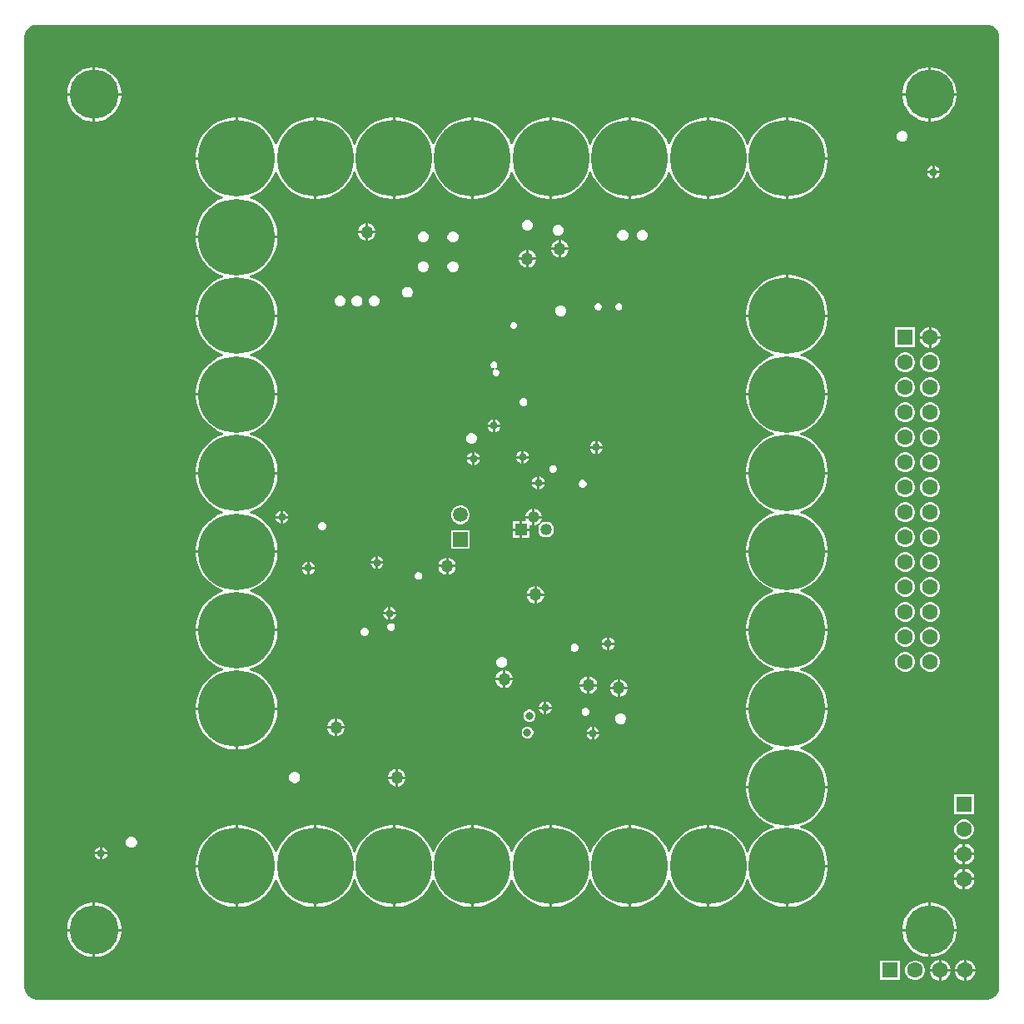
<source format=gbr>
%FSLAX23Y23*%
%MOIN*%
%SFA1B1*%

%IPPOS*%
%ADD45C,0.062990*%
%ADD46R,0.062990X0.062990*%
%ADD47C,0.196850*%
%ADD48C,0.059060*%
%ADD49R,0.059060X0.059060*%
%ADD50C,0.307090*%
%ADD51R,0.062990X0.062990*%
%ADD52C,0.046930*%
%ADD53R,0.046930X0.046930*%
%ADD54C,0.031500*%
%ADD55C,0.027560*%
%ADD56C,0.050000*%
%LNhumrigid1_copper_signal_2-1*%
%LPD*%
G36*
X2096Y2149D02*
X2101D01*
X2111Y2147*
X2121Y2143*
X2130Y2137*
X2137Y2130*
X2143Y2121*
X2147Y2111*
X2149Y2101*
Y2096*
Y-1702*
Y-1707*
X2147Y-1718*
X2143Y-1727*
X2137Y-1736*
X2130Y-1743*
X2121Y-1749*
X2111Y-1753*
X2101Y-1755*
X2096*
X-1702Y-1755*
X-1707*
X-1717Y-1753*
X-1727Y-1749*
X-1736Y-1743*
X-1743Y-1736*
X-1749Y-1727*
X-1753Y-1717*
X-1755Y-1707*
X-1755Y-1702*
Y2096*
Y2101*
X-1753Y2111*
X-1749Y2121*
X-1743Y2130*
X-1736Y2137*
X-1727Y2143*
X-1718Y2147*
X-1707Y2149*
X-1702*
X2096*
G37*
%LNhumrigid1_copper_signal_2-2*%
%LPC*%
G36*
X1878Y1978D02*
X1875D01*
Y1875*
X1978*
Y1878*
X1975Y1895*
X1970Y1911*
X1962Y1926*
X1952Y1940*
X1940Y1952*
X1926Y1962*
X1911Y1970*
X1895Y1975*
X1878Y1978*
G37*
G36*
X1865D02*
X1861D01*
X1844Y1975*
X1828Y1970*
X1813Y1962*
X1799Y1952*
X1787Y1940*
X1777Y1926*
X1769Y1911*
X1764Y1895*
X1761Y1878*
Y1875*
X1865*
Y1978*
G37*
G36*
X-1467D02*
X-1471D01*
Y1875*
X-1367*
Y1878*
X-1370Y1895*
X-1375Y1911*
X-1383Y1926*
X-1393Y1940*
X-1405Y1952*
X-1419Y1962*
X-1434Y1970*
X-1450Y1975*
X-1467Y1978*
G37*
G36*
X-1481D02*
X-1484D01*
X-1501Y1975*
X-1518Y1970*
X-1533Y1962*
X-1547Y1952*
X-1559Y1940*
X-1569Y1926*
X-1576Y1911*
X-1582Y1895*
X-1584Y1878*
Y1875*
X-1481*
Y1978*
G37*
G36*
X1978Y1865D02*
X1875D01*
Y1761*
X1878*
X1895Y1764*
X1911Y1769*
X1926Y1777*
X1940Y1787*
X1952Y1799*
X1962Y1813*
X1970Y1828*
X1975Y1844*
X1978Y1861*
Y1865*
G37*
G36*
X1865D02*
X1761D01*
Y1861*
X1764Y1844*
X1769Y1828*
X1777Y1813*
X1787Y1799*
X1799Y1787*
X1813Y1777*
X1828Y1769*
X1844Y1764*
X1861Y1761*
X1865*
Y1865*
G37*
G36*
X-1367D02*
X-1471D01*
Y1761*
X-1467*
X-1450Y1764*
X-1434Y1769*
X-1419Y1777*
X-1405Y1787*
X-1393Y1799*
X-1383Y1813*
X-1375Y1828*
X-1370Y1844*
X-1367Y1861*
Y1865*
G37*
G36*
X-1481D02*
X-1584D01*
Y1861*
X-1582Y1844*
X-1576Y1828*
X-1569Y1813*
X-1559Y1799*
X-1547Y1787*
X-1533Y1777*
X-1518Y1769*
X-1501Y1764*
X-1484Y1761*
X-1481*
Y1865*
G37*
G36*
X1765Y1724D02*
X1756D01*
X1748Y1720*
X1742Y1714*
X1739Y1706*
Y1697*
X1742Y1689*
X1748Y1683*
X1756Y1680*
X1765*
X1773Y1683*
X1779Y1689*
X1782Y1697*
Y1706*
X1779Y1714*
X1773Y1720*
X1765Y1724*
G37*
G36*
X1294Y1777D02*
X1288D01*
X1267Y1774*
X1246Y1769*
X1226Y1761*
X1208Y1750*
X1191Y1737*
X1175Y1722*
X1162Y1705*
X1152Y1686*
X1144Y1667*
X1141Y1667*
X1139Y1667*
X1131Y1686*
X1120Y1705*
X1107Y1722*
X1092Y1737*
X1075Y1750*
X1056Y1761*
X1036Y1769*
X1016Y1774*
X994Y1777*
X989*
Y1614*
Y1450*
X994*
X1016Y1453*
X1036Y1458*
X1056Y1467*
X1075Y1477*
X1092Y1490*
X1107Y1506*
X1120Y1523*
X1131Y1541*
X1139Y1560*
X1141Y1561*
X1144Y1560*
X1152Y1541*
X1162Y1523*
X1175Y1506*
X1191Y1490*
X1208Y1477*
X1226Y1467*
X1246Y1458*
X1267Y1453*
X1288Y1450*
X1294*
Y1614*
Y1777*
G37*
G36*
X664D02*
X658D01*
X637Y1774*
X616Y1769*
X596Y1761*
X578Y1750*
X561Y1737*
X546Y1722*
X533Y1705*
X522Y1686*
X514Y1667*
X511Y1667*
X509Y1667*
X501Y1686*
X490Y1705*
X477Y1722*
X462Y1737*
X445Y1750*
X426Y1761*
X407Y1769*
X386Y1774*
X365Y1777*
X359*
Y1614*
Y1450*
X365*
X386Y1453*
X407Y1458*
X426Y1467*
X445Y1477*
X462Y1490*
X477Y1506*
X490Y1523*
X501Y1541*
X509Y1560*
X511Y1561*
X514Y1560*
X522Y1541*
X533Y1523*
X546Y1506*
X561Y1490*
X578Y1477*
X596Y1467*
X616Y1458*
X637Y1453*
X658Y1450*
X664*
Y1614*
Y1777*
G37*
G36*
X349D02*
X343D01*
X322Y1774*
X301Y1769*
X281Y1761*
X263Y1750*
X246Y1737*
X231Y1722*
X218Y1705*
X207Y1686*
X199Y1667*
X196Y1667*
X194Y1667*
X186Y1686*
X175Y1705*
X162Y1722*
X147Y1737*
X130Y1750*
X111Y1761*
X92Y1769*
X71Y1774*
X50Y1777*
X44*
Y1614*
Y1450*
X50*
X71Y1453*
X92Y1458*
X111Y1467*
X130Y1477*
X147Y1490*
X162Y1506*
X175Y1523*
X186Y1541*
X194Y1560*
X196Y1561*
X199Y1560*
X207Y1541*
X218Y1523*
X231Y1506*
X246Y1490*
X263Y1477*
X281Y1467*
X301Y1458*
X322Y1453*
X343Y1450*
X349*
Y1614*
Y1777*
G37*
G36*
X34D02*
X28D01*
X7Y1774*
X-13Y1769*
X-33Y1761*
X-51Y1750*
X-68Y1737*
X-83Y1722*
X-96Y1705*
X-107Y1686*
X-115Y1667*
X-118Y1667*
X-120Y1667*
X-128Y1686*
X-139Y1705*
X-152Y1722*
X-167Y1737*
X-184Y1750*
X-203Y1761*
X-222Y1769*
X-243Y1774*
X-264Y1777*
X-270*
Y1614*
Y1450*
X-264*
X-243Y1453*
X-222Y1458*
X-203Y1467*
X-184Y1477*
X-167Y1490*
X-152Y1506*
X-139Y1523*
X-128Y1541*
X-120Y1560*
X-118Y1561*
X-115Y1560*
X-107Y1541*
X-96Y1523*
X-83Y1506*
X-68Y1490*
X-51Y1477*
X-33Y1467*
X-13Y1458*
X7Y1453*
X28Y1450*
X34*
Y1614*
Y1777*
G37*
G36*
X-595D02*
X-601D01*
X-622Y1774*
X-643Y1769*
X-663Y1761*
X-681Y1750*
X-698Y1737*
X-713Y1722*
X-726Y1705*
X-737Y1686*
X-745Y1667*
X-748Y1667*
X-750Y1667*
X-758Y1686*
X-769Y1705*
X-782Y1722*
X-797Y1737*
X-814Y1750*
X-833Y1761*
X-852Y1769*
X-873Y1774*
X-894Y1777*
X-900*
Y1614*
X-905*
Y1609*
X-1069*
Y1603*
X-1066Y1582*
X-1060Y1561*
X-1052Y1541*
X-1041Y1523*
X-1028Y1506*
X-1013Y1490*
X-996Y1477*
X-978Y1467*
X-959Y1459*
X-958Y1456*
X-959Y1454*
X-978Y1446*
X-996Y1435*
X-1013Y1422*
X-1028Y1407*
X-1041Y1390*
X-1052Y1371*
X-1060Y1351*
X-1066Y1331*
X-1069Y1309*
Y1304*
X-905*
X-741*
Y1309*
X-744Y1331*
X-750Y1351*
X-758Y1371*
X-769Y1390*
X-782Y1407*
X-797Y1422*
X-814Y1435*
X-833Y1446*
X-851Y1454*
X-852Y1456*
X-851Y1459*
X-833Y1467*
X-814Y1477*
X-797Y1490*
X-782Y1506*
X-769Y1523*
X-758Y1541*
X-750Y1560*
X-748Y1561*
X-745Y1560*
X-737Y1541*
X-726Y1523*
X-713Y1506*
X-698Y1490*
X-681Y1477*
X-663Y1467*
X-643Y1458*
X-622Y1453*
X-601Y1450*
X-595*
Y1614*
Y1777*
G37*
G36*
X979D02*
X973D01*
X952Y1774*
X931Y1769*
X911Y1761*
X893Y1750*
X876Y1737*
X861Y1722*
X847Y1705*
X837Y1686*
X829Y1667*
X826Y1667*
X824Y1667*
X816Y1686*
X805Y1705*
X792Y1722*
X777Y1737*
X760Y1750*
X741Y1761*
X721Y1769*
X701Y1774*
X680Y1777*
X674*
Y1614*
Y1450*
X680*
X701Y1453*
X721Y1458*
X741Y1467*
X760Y1477*
X777Y1490*
X792Y1506*
X805Y1523*
X816Y1541*
X824Y1560*
X826Y1561*
X829Y1560*
X837Y1541*
X847Y1523*
X861Y1506*
X876Y1490*
X893Y1477*
X911Y1467*
X931Y1458*
X952Y1453*
X973Y1450*
X979*
Y1614*
Y1777*
G37*
G36*
X-280D02*
X-286D01*
X-307Y1774*
X-328Y1769*
X-348Y1761*
X-366Y1750*
X-383Y1737*
X-398Y1722*
X-411Y1705*
X-422Y1686*
X-430Y1667*
X-433Y1667*
X-435Y1667*
X-443Y1686*
X-454Y1705*
X-467Y1722*
X-482Y1737*
X-499Y1750*
X-518Y1761*
X-537Y1769*
X-558Y1774*
X-579Y1777*
X-585*
Y1614*
Y1450*
X-579*
X-558Y1453*
X-537Y1458*
X-518Y1467*
X-499Y1477*
X-482Y1490*
X-467Y1506*
X-454Y1523*
X-443Y1541*
X-435Y1560*
X-433Y1561*
X-430Y1560*
X-422Y1541*
X-411Y1523*
X-398Y1506*
X-383Y1490*
X-366Y1477*
X-348Y1467*
X-328Y1458*
X-307Y1453*
X-286Y1450*
X-280*
Y1614*
Y1777*
G37*
G36*
X1309D02*
X1304D01*
Y1619*
X1462*
Y1624*
X1459Y1646*
X1454Y1666*
X1446Y1686*
X1435Y1705*
X1422Y1722*
X1407Y1737*
X1390Y1750*
X1371Y1761*
X1351Y1769*
X1331Y1774*
X1309Y1777*
G37*
G36*
X-910D02*
X-916D01*
X-937Y1774*
X-958Y1769*
X-978Y1761*
X-996Y1750*
X-1013Y1737*
X-1028Y1722*
X-1041Y1705*
X-1052Y1686*
X-1060Y1666*
X-1066Y1646*
X-1069Y1624*
Y1619*
X-910*
Y1777*
G37*
G36*
X1890Y1584D02*
Y1564D01*
X1911*
X1909Y1568*
X1906Y1574*
X1901Y1579*
X1895Y1583*
X1890Y1584*
G37*
G36*
X1880D02*
X1875Y1583D01*
X1870Y1579*
X1865Y1574*
X1861Y1568*
X1860Y1564*
X1880*
Y1584*
G37*
G36*
X1911Y1554D02*
X1890D01*
Y1533*
X1895Y1535*
X1901Y1538*
X1906Y1543*
X1909Y1549*
X1911Y1554*
G37*
G36*
X1880D02*
X1860D01*
X1861Y1549*
X1865Y1543*
X1870Y1538*
X1875Y1535*
X1880Y1533*
Y1554*
G37*
G36*
X1462Y1609D02*
X1304D01*
Y1450*
X1309*
X1331Y1453*
X1351Y1458*
X1371Y1467*
X1390Y1477*
X1407Y1490*
X1422Y1506*
X1435Y1523*
X1446Y1541*
X1454Y1561*
X1459Y1582*
X1462Y1603*
Y1609*
G37*
G36*
X264Y1368D02*
X255D01*
X247Y1365*
X241Y1358*
X237Y1350*
Y1342*
X241Y1334*
X247Y1327*
X255Y1324*
X264*
X272Y1327*
X278Y1334*
X281Y1342*
Y1350*
X278Y1358*
X272Y1365*
X264Y1368*
G37*
G36*
X-378Y1353D02*
Y1323D01*
X-348*
X-351Y1332*
X-355Y1340*
X-362Y1346*
X-370Y1351*
X-378Y1353*
G37*
G36*
X-388D02*
X-397Y1351D01*
X-405Y1346*
X-411Y1340*
X-416Y1332*
X-418Y1323*
X-388*
Y1353*
G37*
G36*
X386Y1348D02*
X377D01*
X369Y1345*
X363Y1339*
X360Y1331*
Y1322*
X363Y1314*
X369Y1308*
X377Y1304*
X386*
X394Y1308*
X400Y1314*
X403Y1322*
Y1331*
X400Y1339*
X394Y1345*
X386Y1348*
G37*
G36*
X724Y1328D02*
X716D01*
X708Y1325*
X701Y1319*
X698Y1311*
Y1302*
X701Y1294*
X708Y1288*
X716Y1285*
X724*
X732Y1288*
X739Y1294*
X742Y1302*
Y1311*
X739Y1319*
X732Y1325*
X724Y1328*
G37*
G36*
X646D02*
X637D01*
X629Y1325*
X623Y1319*
X619Y1311*
Y1302*
X623Y1294*
X629Y1288*
X637Y1285*
X646*
X654Y1288*
X660Y1294*
X663Y1302*
Y1311*
X660Y1319*
X654Y1325*
X646Y1328*
G37*
G36*
X-348Y1313D02*
X-378D01*
Y1284*
X-370Y1286*
X-362Y1290*
X-355Y1297*
X-351Y1305*
X-348Y1313*
G37*
G36*
X-388D02*
X-418D01*
X-416Y1305*
X-411Y1297*
X-405Y1290*
X-397Y1286*
X-388Y1284*
Y1313*
G37*
G36*
X-35Y1321D02*
X-43D01*
X-51Y1317*
X-57Y1311*
X-61Y1303*
Y1294*
X-57Y1286*
X-51Y1280*
X-43Y1277*
X-35*
X-26Y1280*
X-20Y1286*
X-17Y1294*
Y1303*
X-20Y1311*
X-26Y1317*
X-35Y1321*
G37*
G36*
X-153D02*
X-161D01*
X-169Y1317*
X-176Y1311*
X-179Y1303*
Y1294*
X-176Y1286*
X-169Y1280*
X-161Y1277*
X-153*
X-145Y1280*
X-138Y1286*
X-135Y1294*
Y1303*
X-138Y1311*
X-145Y1317*
X-153Y1321*
G37*
G36*
X394Y1286D02*
Y1256D01*
X424*
X422Y1265*
X417Y1273*
X411Y1279*
X403Y1284*
X394Y1286*
G37*
G36*
X384D02*
X376Y1284D01*
X368Y1279*
X361Y1273*
X357Y1265*
X354Y1256*
X384*
Y1286*
G37*
G36*
X264Y1247D02*
Y1217D01*
X294*
X292Y1226*
X287Y1234*
X281Y1240*
X273Y1245*
X264Y1247*
G37*
G36*
X254D02*
X246Y1245D01*
X238Y1240*
X231Y1234*
X227Y1226*
X224Y1217*
X254*
Y1247*
G37*
G36*
X424Y1246D02*
X394D01*
Y1217*
X403Y1219*
X411Y1223*
X417Y1230*
X422Y1238*
X424Y1246*
G37*
G36*
X384D02*
X354D01*
X357Y1238*
X361Y1230*
X368Y1223*
X376Y1219*
X384Y1217*
Y1246*
G37*
G36*
X294Y1207D02*
X264D01*
Y1177*
X273Y1179*
X281Y1184*
X287Y1191*
X292Y1199*
X294Y1207*
G37*
G36*
X254D02*
X224D01*
X227Y1199*
X231Y1191*
X238Y1184*
X246Y1179*
X254Y1177*
Y1207*
G37*
G36*
X-35Y1202D02*
X-43D01*
X-51Y1199*
X-57Y1193*
X-61Y1185*
Y1176*
X-57Y1168*
X-51Y1162*
X-43Y1159*
X-35*
X-26Y1162*
X-20Y1168*
X-17Y1176*
Y1185*
X-20Y1193*
X-26Y1199*
X-35Y1202*
G37*
G36*
X-153D02*
X-161D01*
X-169Y1199*
X-176Y1193*
X-179Y1185*
Y1176*
X-176Y1168*
X-169Y1162*
X-161Y1159*
X-153*
X-145Y1162*
X-138Y1168*
X-135Y1176*
Y1185*
X-138Y1193*
X-145Y1199*
X-153Y1202*
G37*
G36*
X-217Y1099D02*
X-225D01*
X-233Y1096*
X-239Y1090*
X-243Y1082*
Y1073*
X-239Y1065*
X-233Y1059*
X-225Y1056*
X-217*
X-208Y1059*
X-202Y1065*
X-199Y1073*
Y1082*
X-202Y1090*
X-208Y1096*
X-217Y1099*
G37*
G36*
X-349Y1065D02*
X-358D01*
X-366Y1061*
X-372Y1055*
X-376Y1047*
Y1038*
X-372Y1030*
X-366Y1024*
X-358Y1021*
X-349*
X-341Y1024*
X-335Y1030*
X-332Y1038*
Y1047*
X-335Y1055*
X-341Y1061*
X-349Y1065*
G37*
G36*
X-418D02*
X-427D01*
X-435Y1061*
X-441Y1055*
X-445Y1047*
Y1038*
X-441Y1030*
X-435Y1024*
X-427Y1021*
X-418*
X-410Y1024*
X-404Y1030*
X-401Y1038*
Y1047*
X-404Y1055*
X-410Y1061*
X-418Y1065*
G37*
G36*
X-487D02*
X-496D01*
X-504Y1061*
X-510Y1055*
X-514Y1047*
Y1038*
X-510Y1030*
X-504Y1024*
X-496Y1021*
X-487*
X-479Y1024*
X-473Y1030*
X-470Y1038*
Y1047*
X-473Y1055*
X-479Y1061*
X-487Y1065*
G37*
G36*
X628Y1033D02*
X623D01*
X618Y1031*
X614Y1027*
X612Y1022*
Y1016*
X614Y1011*
X618Y1008*
X623Y1005*
X628*
X633Y1008*
X637Y1011*
X639Y1016*
Y1022*
X637Y1027*
X633Y1031*
X628Y1033*
G37*
G36*
X546D02*
X540D01*
X535Y1031*
X531Y1027*
X529Y1022*
Y1016*
X531Y1011*
X535Y1008*
X540Y1005*
X546*
X551Y1008*
X554Y1011*
X557Y1016*
Y1022*
X554Y1027*
X551Y1031*
X546Y1033*
G37*
G36*
X1309Y1147D02*
X1304D01*
Y989*
X1462*
Y994*
X1459Y1016*
X1454Y1036*
X1446Y1056*
X1435Y1075*
X1422Y1092*
X1407Y1107*
X1390Y1120*
X1371Y1131*
X1351Y1139*
X1331Y1145*
X1309Y1147*
G37*
G36*
X1294D02*
X1288D01*
X1267Y1145*
X1246Y1139*
X1226Y1131*
X1208Y1120*
X1191Y1107*
X1175Y1092*
X1162Y1075*
X1152Y1056*
X1144Y1036*
X1138Y1016*
X1135Y994*
Y989*
X1294*
Y1147*
G37*
G36*
X-741Y1294D02*
X-905D01*
X-1069*
Y1288*
X-1066Y1267*
X-1060Y1246*
X-1052Y1226*
X-1041Y1208*
X-1028Y1191*
X-1013Y1175*
X-996Y1162*
X-978Y1152*
X-959Y1144*
X-958Y1141*
X-959Y1139*
X-978Y1131*
X-996Y1120*
X-1013Y1107*
X-1028Y1092*
X-1041Y1075*
X-1052Y1056*
X-1060Y1036*
X-1066Y1016*
X-1069Y994*
Y989*
X-905*
X-741*
Y994*
X-744Y1016*
X-750Y1036*
X-758Y1056*
X-769Y1075*
X-782Y1092*
X-797Y1107*
X-814Y1120*
X-833Y1131*
X-851Y1139*
X-852Y1141*
X-851Y1144*
X-833Y1152*
X-814Y1162*
X-797Y1175*
X-782Y1191*
X-769Y1208*
X-758Y1226*
X-750Y1246*
X-744Y1267*
X-741Y1288*
Y1294*
G37*
G36*
X398Y1025D02*
X389D01*
X381Y1022*
X375Y1016*
X371Y1008*
Y999*
X375Y991*
X381Y985*
X389Y982*
X398*
X406Y985*
X412Y991*
X415Y999*
Y1008*
X412Y1016*
X406Y1022*
X398Y1025*
G37*
G36*
X207Y958D02*
X201D01*
X196Y956*
X193Y952*
X190Y947*
Y942*
X193Y937*
X196Y933*
X201Y931*
X207*
X212Y933*
X216Y937*
X218Y942*
Y947*
X216Y952*
X212Y956*
X207Y958*
G37*
G36*
X1877Y938D02*
X1876D01*
Y902*
X1913*
Y902*
X1910Y913*
X1904Y922*
X1897Y930*
X1887Y935*
X1877Y938*
G37*
G36*
X1866D02*
X1866D01*
X1855Y935*
X1846Y930*
X1838Y922*
X1832Y913*
X1830Y902*
Y902*
X1866*
Y938*
G37*
G36*
X1811Y936D02*
X1732D01*
Y857*
X1811*
Y936*
G37*
G36*
X1913Y892D02*
X1876D01*
Y855*
X1877*
X1887Y858*
X1897Y863*
X1904Y871*
X1910Y880*
X1913Y891*
Y892*
G37*
G36*
X1866D02*
X1830D01*
Y891*
X1832Y880*
X1838Y871*
X1846Y863*
X1855Y858*
X1866Y855*
X1866*
Y892*
G37*
G36*
X1876Y836D02*
X1866D01*
X1856Y833*
X1847Y828*
X1840Y821*
X1834Y812*
X1832Y802*
Y791*
X1834Y781*
X1840Y772*
X1847Y765*
X1856Y760*
X1866Y757*
X1876*
X1886Y760*
X1895Y765*
X1903Y772*
X1908Y781*
X1911Y791*
Y802*
X1908Y812*
X1903Y821*
X1895Y828*
X1886Y833*
X1876Y836*
G37*
G36*
X1776D02*
X1766D01*
X1756Y833*
X1747Y828*
X1740Y821*
X1734Y812*
X1732Y802*
Y791*
X1734Y781*
X1740Y772*
X1747Y765*
X1756Y760*
X1766Y757*
X1776*
X1786Y760*
X1795Y765*
X1803Y772*
X1808Y781*
X1811Y791*
Y802*
X1808Y812*
X1803Y821*
X1795Y828*
X1786Y833*
X1776Y836*
G37*
G36*
X128Y801D02*
X123D01*
X118Y799*
X114Y795*
X112Y790*
Y784*
X114Y779*
X118Y775*
X123Y773*
X126*
X127*
X128Y768*
X127Y768*
X126Y767*
X122Y763*
X120Y758*
Y753*
X122Y748*
X126Y744*
X131Y742*
X136*
X141Y744*
X145Y748*
X147Y753*
Y758*
X145Y763*
X141Y767*
X136Y769*
X133*
X132*
X131Y774*
X132Y775*
X133Y775*
X137Y779*
X139Y784*
Y790*
X137Y795*
X133Y799*
X128Y801*
G37*
G36*
X-741Y979D02*
X-905D01*
X-1069*
Y973*
X-1066Y952*
X-1060Y931*
X-1052Y911*
X-1041Y893*
X-1028Y876*
X-1013Y861*
X-996Y847*
X-978Y837*
X-959Y829*
X-958Y826*
X-959Y824*
X-978Y816*
X-996Y805*
X-1013Y792*
X-1028Y777*
X-1041Y760*
X-1052Y741*
X-1060Y721*
X-1066Y701*
X-1069Y680*
Y674*
X-905*
X-741*
Y680*
X-744Y701*
X-750Y721*
X-758Y741*
X-769Y760*
X-782Y777*
X-797Y792*
X-814Y805*
X-833Y816*
X-851Y824*
X-852Y826*
X-851Y829*
X-833Y837*
X-814Y847*
X-797Y861*
X-782Y876*
X-769Y893*
X-758Y911*
X-750Y931*
X-744Y952*
X-741Y973*
Y979*
G37*
G36*
X1462D02*
X1299D01*
X1135*
Y973*
X1138Y952*
X1144Y931*
X1152Y911*
X1162Y893*
X1175Y876*
X1191Y861*
X1208Y847*
X1226Y837*
X1245Y829*
X1246Y826*
X1245Y824*
X1226Y816*
X1208Y805*
X1191Y792*
X1175Y777*
X1162Y760*
X1152Y741*
X1144Y721*
X1138Y701*
X1135Y680*
Y674*
X1299*
X1462*
Y680*
X1459Y701*
X1454Y721*
X1446Y741*
X1435Y760*
X1422Y777*
X1407Y792*
X1390Y805*
X1371Y816*
X1352Y824*
X1352Y826*
X1352Y829*
X1371Y837*
X1390Y847*
X1407Y861*
X1422Y876*
X1435Y893*
X1446Y911*
X1454Y931*
X1459Y952*
X1462Y973*
Y979*
G37*
G36*
X1876Y736D02*
X1866D01*
X1856Y733*
X1847Y728*
X1840Y721*
X1834Y712*
X1832Y702*
Y691*
X1834Y681*
X1840Y672*
X1847Y665*
X1856Y660*
X1866Y657*
X1876*
X1886Y660*
X1895Y665*
X1903Y672*
X1908Y681*
X1911Y691*
Y702*
X1908Y712*
X1903Y721*
X1895Y728*
X1886Y733*
X1876Y736*
G37*
G36*
X1776D02*
X1766D01*
X1756Y733*
X1747Y728*
X1740Y721*
X1734Y712*
X1732Y702*
Y691*
X1734Y681*
X1740Y672*
X1747Y665*
X1756Y660*
X1766Y657*
X1776*
X1786Y660*
X1795Y665*
X1803Y672*
X1808Y681*
X1811Y691*
Y702*
X1808Y712*
X1803Y721*
X1795Y728*
X1786Y733*
X1776Y736*
G37*
G36*
X247Y653D02*
X240D01*
X235Y651*
X230Y646*
X228Y640*
Y634*
X230Y628*
X235Y624*
X240Y622*
X247*
X253Y624*
X257Y628*
X259Y634*
Y640*
X257Y646*
X253Y651*
X247Y653*
G37*
G36*
X1876Y636D02*
X1866D01*
X1856Y633*
X1847Y628*
X1840Y621*
X1834Y612*
X1832Y602*
Y591*
X1834Y581*
X1840Y572*
X1847Y565*
X1856Y560*
X1866Y557*
X1876*
X1886Y560*
X1895Y565*
X1903Y572*
X1908Y581*
X1911Y591*
Y602*
X1908Y612*
X1903Y621*
X1895Y628*
X1886Y633*
X1876Y636*
G37*
G36*
X1776D02*
X1766D01*
X1756Y633*
X1747Y628*
X1740Y621*
X1734Y612*
X1732Y602*
Y591*
X1734Y581*
X1740Y572*
X1747Y565*
X1756Y560*
X1766Y557*
X1776*
X1786Y560*
X1795Y565*
X1803Y572*
X1808Y581*
X1811Y591*
Y602*
X1808Y612*
X1803Y621*
X1795Y628*
X1786Y633*
X1776Y636*
G37*
G36*
X130Y568D02*
Y548D01*
X151*
X149Y553*
X146Y559*
X141Y563*
X135Y567*
X130Y568*
G37*
G36*
X120D02*
X116Y567D01*
X110Y563*
X105Y559*
X101Y553*
X100Y548*
X120*
Y568*
G37*
G36*
X151Y538D02*
X130D01*
Y517*
X135Y519*
X141Y522*
X146Y527*
X149Y533*
X151Y538*
G37*
G36*
X120D02*
X100D01*
X101Y533*
X105Y527*
X110Y522*
X116Y519*
X120Y517*
Y538*
G37*
G36*
X39Y514D02*
X31D01*
X23Y510*
X16Y504*
X13Y496*
Y487*
X16Y479*
X23Y473*
X31Y470*
X39*
X47Y473*
X53Y479*
X57Y487*
Y496*
X53Y504*
X47Y510*
X39Y514*
G37*
G36*
X540Y482D02*
Y461D01*
X560*
X559Y466*
X556Y472*
X551Y477*
X545Y480*
X540Y482*
G37*
G36*
X530D02*
X525Y480D01*
X519Y477*
X514Y472*
X511Y466*
X510Y461*
X530*
Y482*
G37*
G36*
X1876Y536D02*
X1866D01*
X1856Y533*
X1847Y528*
X1840Y521*
X1834Y512*
X1832Y502*
Y491*
X1834Y481*
X1840Y472*
X1847Y465*
X1856Y460*
X1866Y457*
X1876*
X1886Y460*
X1895Y465*
X1903Y472*
X1908Y481*
X1911Y491*
Y502*
X1908Y512*
X1903Y521*
X1895Y528*
X1886Y533*
X1876Y536*
G37*
G36*
X1776D02*
X1766D01*
X1756Y533*
X1747Y528*
X1740Y521*
X1734Y512*
X1732Y502*
Y491*
X1734Y481*
X1740Y472*
X1747Y465*
X1756Y460*
X1766Y457*
X1776*
X1786Y460*
X1795Y465*
X1803Y472*
X1808Y481*
X1811Y491*
Y502*
X1808Y512*
X1803Y521*
X1795Y528*
X1786Y533*
X1776Y536*
G37*
G36*
X560Y451D02*
X540D01*
Y431*
X545Y432*
X551Y436*
X556Y440*
X559Y446*
X560Y451*
G37*
G36*
X530D02*
X510D01*
X511Y446*
X514Y440*
X519Y436*
X525Y432*
X530Y431*
Y451*
G37*
G36*
X245Y442D02*
Y422D01*
X265*
X264Y427*
X260Y433*
X255Y437*
X250Y441*
X245Y442*
G37*
G36*
X235D02*
X230Y441D01*
X224Y437*
X219Y433*
X216Y427*
X214Y422*
X235*
Y442*
G37*
G36*
X48Y436D02*
Y416D01*
X68*
X67Y421*
X63Y426*
X59Y431*
X53Y435*
X48Y436*
G37*
G36*
X38D02*
X33Y435D01*
X27Y431*
X22Y426*
X19Y421*
X18Y416*
X38*
Y436*
G37*
G36*
X265Y412D02*
X245D01*
Y392*
X250Y393*
X255Y396*
X260Y401*
X264Y407*
X265Y412*
G37*
G36*
X235D02*
X214D01*
X216Y407*
X219Y401*
X224Y396*
X230Y393*
X235Y392*
Y412*
G37*
G36*
X68Y406D02*
X48D01*
Y385*
X53Y387*
X59Y390*
X63Y395*
X67Y401*
X68Y406*
G37*
G36*
X38D02*
X18D01*
X19Y401*
X22Y395*
X27Y390*
X33Y387*
X38Y385*
Y406*
G37*
G36*
X1462Y664D02*
X1299D01*
X1135*
Y658*
X1138Y637*
X1144Y616*
X1152Y596*
X1162Y578*
X1175Y561*
X1191Y546*
X1208Y533*
X1226Y522*
X1245Y514*
X1246Y511*
X1245Y509*
X1226Y501*
X1208Y490*
X1191Y477*
X1175Y462*
X1162Y445*
X1152Y426*
X1144Y407*
X1138Y386*
X1135Y365*
Y359*
X1299*
X1462*
Y365*
X1459Y386*
X1454Y407*
X1446Y426*
X1435Y445*
X1422Y462*
X1407Y477*
X1390Y490*
X1371Y501*
X1352Y509*
X1352Y511*
X1352Y514*
X1371Y522*
X1390Y533*
X1407Y546*
X1422Y561*
X1435Y578*
X1446Y596*
X1454Y616*
X1459Y637*
X1462Y658*
Y664*
G37*
G36*
X-741D02*
X-905D01*
X-1069*
Y658*
X-1066Y637*
X-1060Y616*
X-1052Y596*
X-1041Y578*
X-1028Y561*
X-1013Y546*
X-996Y533*
X-978Y522*
X-959Y514*
X-958Y511*
X-959Y509*
X-978Y501*
X-996Y490*
X-1013Y477*
X-1028Y462*
X-1041Y445*
X-1052Y426*
X-1060Y407*
X-1066Y386*
X-1069Y365*
Y359*
X-905*
X-741*
Y365*
X-744Y386*
X-750Y407*
X-758Y426*
X-769Y445*
X-782Y462*
X-797Y477*
X-814Y490*
X-833Y501*
X-851Y509*
X-852Y511*
X-851Y514*
X-833Y522*
X-814Y533*
X-797Y546*
X-782Y561*
X-769Y578*
X-758Y596*
X-750Y616*
X-744Y637*
X-741Y658*
Y664*
G37*
G36*
X1876Y436D02*
X1866D01*
X1856Y433*
X1847Y428*
X1840Y421*
X1834Y412*
X1832Y402*
Y391*
X1834Y381*
X1840Y372*
X1847Y365*
X1856Y360*
X1866Y357*
X1876*
X1886Y360*
X1895Y365*
X1903Y372*
X1908Y381*
X1911Y391*
Y402*
X1908Y412*
X1903Y421*
X1895Y428*
X1886Y433*
X1876Y436*
G37*
G36*
X1776D02*
X1766D01*
X1756Y433*
X1747Y428*
X1740Y421*
X1734Y412*
X1732Y402*
Y391*
X1734Y381*
X1740Y372*
X1747Y365*
X1756Y360*
X1766Y357*
X1776*
X1786Y360*
X1795Y365*
X1803Y372*
X1808Y381*
X1811Y391*
Y402*
X1808Y412*
X1803Y421*
X1795Y428*
X1786Y433*
X1776Y436*
G37*
G36*
X365Y385D02*
X359D01*
X353Y383*
X348Y379*
X346Y373*
Y366*
X348Y361*
X353Y356*
X359Y354*
X365*
X371Y356*
X375Y361*
X377Y366*
Y373*
X375Y379*
X371Y383*
X365Y385*
G37*
G36*
X308Y340D02*
Y319D01*
X328*
X327Y324*
X323Y330*
X318Y335*
X313Y338*
X308Y340*
G37*
G36*
X298D02*
X293Y338D01*
X287Y335*
X282Y330*
X279Y324*
X277Y319*
X298*
Y340*
G37*
G36*
X483Y326D02*
X477D01*
X471Y324*
X466Y319*
X464Y314*
Y307*
X466Y302*
X471Y297*
X477Y295*
X483*
X489Y297*
X493Y302*
X496Y307*
Y314*
X493Y319*
X489Y324*
X483Y326*
G37*
G36*
X328Y309D02*
X308D01*
Y289*
X313Y290*
X318Y294*
X323Y299*
X327Y305*
X328Y309*
G37*
G36*
X298D02*
X277D01*
X279Y305*
X282Y299*
X287Y294*
X293Y290*
X298Y289*
Y309*
G37*
G36*
X1876Y336D02*
X1866D01*
X1856Y333*
X1847Y328*
X1840Y321*
X1834Y312*
X1832Y302*
Y291*
X1834Y281*
X1840Y272*
X1847Y265*
X1856Y260*
X1866Y257*
X1876*
X1886Y260*
X1895Y265*
X1903Y272*
X1908Y281*
X1911Y291*
Y302*
X1908Y312*
X1903Y321*
X1895Y328*
X1886Y333*
X1876Y336*
G37*
G36*
X1776D02*
X1766D01*
X1756Y333*
X1747Y328*
X1740Y321*
X1734Y312*
X1732Y302*
Y291*
X1734Y281*
X1740Y272*
X1747Y265*
X1756Y260*
X1766Y257*
X1776*
X1786Y260*
X1795Y265*
X1803Y272*
X1808Y281*
X1811Y291*
Y302*
X1808Y312*
X1803Y321*
X1795Y328*
X1786Y333*
X1776Y336*
G37*
G36*
X289Y211D02*
Y182D01*
X317*
X315Y190*
X311Y198*
X305Y204*
X297Y209*
X289Y211*
G37*
G36*
X279D02*
X271Y209D01*
X264Y204*
X257Y198*
X253Y190*
X251Y182*
X279*
Y211*
G37*
G36*
X-719Y202D02*
Y182D01*
X-699*
X-700Y187*
X-703Y192*
X-708Y197*
X-714Y201*
X-719Y202*
G37*
G36*
X-729D02*
X-734Y201D01*
X-740Y197*
X-745Y192*
X-748Y187*
X-749Y182*
X-729*
Y202*
G37*
G36*
X1876Y236D02*
X1866D01*
X1856Y233*
X1847Y228*
X1840Y221*
X1834Y212*
X1832Y202*
Y191*
X1834Y181*
X1840Y172*
X1847Y165*
X1856Y160*
X1866Y157*
X1876*
X1886Y160*
X1895Y165*
X1903Y172*
X1908Y181*
X1911Y191*
Y202*
X1908Y212*
X1903Y221*
X1895Y228*
X1886Y233*
X1876Y236*
G37*
G36*
X1776D02*
X1766D01*
X1756Y233*
X1747Y228*
X1740Y221*
X1734Y212*
X1732Y202*
Y191*
X1734Y181*
X1740Y172*
X1747Y165*
X1756Y160*
X1766Y157*
X1776*
X1786Y160*
X1795Y165*
X1803Y172*
X1808Y181*
X1811Y191*
Y202*
X1808Y212*
X1803Y221*
X1795Y228*
X1786Y233*
X1776Y236*
G37*
G36*
X-699Y172D02*
X-719D01*
Y151*
X-714Y153*
X-708Y156*
X-703Y161*
X-700Y167*
X-699Y172*
G37*
G36*
X-729D02*
X-749D01*
X-748Y167*
X-745Y161*
X-740Y156*
X-734Y153*
X-729Y151*
Y172*
G37*
G36*
X-4Y224D02*
X-14D01*
X-24Y221*
X-32Y216*
X-39Y209*
X-44Y201*
X-47Y191*
Y182*
X-44Y172*
X-39Y164*
X-32Y157*
X-24Y152*
X-14Y149*
X-4*
X4Y152*
X13Y157*
X20Y164*
X25Y172*
X27Y182*
Y191*
X25Y201*
X20Y209*
X13Y216*
X4Y221*
X-4Y224*
G37*
G36*
X317Y172D02*
X289D01*
Y144*
X297Y146*
X305Y151*
X311Y157*
X315Y165*
X317Y172*
G37*
G36*
X279D02*
X251D01*
X253Y166*
X250Y161*
X239*
Y132*
X268*
Y143*
X273Y146*
X279Y144*
Y172*
G37*
G36*
X229Y161D02*
X201D01*
Y132*
X229*
Y161*
G37*
G36*
X-559Y157D02*
X-566D01*
X-571Y155*
X-576Y150*
X-578Y144*
Y138*
X-576Y132*
X-571Y128*
X-566Y125*
X-559*
X-554Y128*
X-549Y132*
X-547Y138*
Y144*
X-549Y150*
X-554Y155*
X-559Y157*
G37*
G36*
X338Y159D02*
X330D01*
X322Y157*
X315Y153*
X309Y147*
X305Y140*
X303Y132*
Y123*
X305Y115*
X309Y108*
X315Y102*
X322Y98*
X330Y96*
X338*
X346Y98*
X353Y102*
X359Y108*
X363Y115*
X365Y123*
Y132*
X363Y140*
X359Y147*
X353Y153*
X346Y157*
X338Y159*
G37*
G36*
X268Y122D02*
X239D01*
Y94*
X268*
Y122*
G37*
G36*
X229D02*
X201D01*
Y94*
X229*
Y122*
G37*
G36*
X1876Y136D02*
X1866D01*
X1856Y133*
X1847Y128*
X1840Y121*
X1834Y112*
X1832Y102*
Y91*
X1834Y81*
X1840Y72*
X1847Y65*
X1856Y60*
X1866Y57*
X1876*
X1886Y60*
X1895Y65*
X1903Y72*
X1908Y81*
X1911Y91*
Y102*
X1908Y112*
X1903Y121*
X1895Y128*
X1886Y133*
X1876Y136*
G37*
G36*
X1776D02*
X1766D01*
X1756Y133*
X1747Y128*
X1740Y121*
X1734Y112*
X1732Y102*
Y91*
X1734Y81*
X1740Y72*
X1747Y65*
X1756Y60*
X1766Y57*
X1776*
X1786Y60*
X1795Y65*
X1803Y72*
X1808Y81*
X1811Y91*
Y102*
X1808Y112*
X1803Y121*
X1795Y128*
X1786Y133*
X1776Y136*
G37*
G36*
X27Y125D02*
X-47D01*
Y51*
X27*
Y125*
G37*
G36*
X-741Y349D02*
X-905D01*
X-1069*
Y343*
X-1066Y322*
X-1060Y301*
X-1052Y281*
X-1041Y263*
X-1028Y246*
X-1013Y231*
X-996Y218*
X-978Y207*
X-959Y199*
X-958Y196*
X-959Y194*
X-978Y186*
X-996Y175*
X-1013Y162*
X-1028Y147*
X-1041Y130*
X-1052Y111*
X-1060Y92*
X-1066Y71*
X-1069Y50*
Y44*
X-905*
X-741*
Y50*
X-744Y71*
X-750Y92*
X-758Y111*
X-769Y130*
X-782Y147*
X-797Y162*
X-814Y175*
X-833Y186*
X-851Y194*
X-852Y196*
X-851Y199*
X-833Y207*
X-814Y218*
X-797Y231*
X-782Y246*
X-769Y263*
X-758Y281*
X-750Y301*
X-744Y322*
X-741Y343*
Y349*
G37*
G36*
X1462D02*
X1299D01*
X1135*
Y343*
X1138Y322*
X1144Y301*
X1152Y281*
X1162Y263*
X1175Y246*
X1191Y231*
X1208Y218*
X1226Y207*
X1245Y199*
X1246Y196*
X1245Y194*
X1226Y186*
X1208Y175*
X1191Y162*
X1175Y147*
X1162Y130*
X1152Y111*
X1144Y92*
X1138Y71*
X1135Y50*
Y44*
X1299*
X1462*
Y50*
X1459Y71*
X1454Y92*
X1446Y111*
X1435Y130*
X1422Y147*
X1407Y162*
X1390Y175*
X1371Y186*
X1352Y194*
X1352Y196*
X1352Y199*
X1371Y207*
X1390Y218*
X1407Y231*
X1422Y246*
X1435Y263*
X1446Y281*
X1454Y301*
X1459Y322*
X1462Y343*
Y349*
G37*
G36*
X-338Y20D02*
Y0D01*
X-318*
X-319Y4*
X-322Y10*
X-327Y15*
X-333Y18*
X-338Y20*
G37*
G36*
X-348D02*
X-353Y18D01*
X-359Y15*
X-364Y10*
X-367Y4*
X-368Y0*
X-348*
Y20*
G37*
G36*
X-57Y15D02*
Y-14D01*
X-28*
X-30Y-6*
X-34Y1*
X-41Y8*
X-49Y12*
X-57Y15*
G37*
G36*
X-67D02*
X-76Y12D01*
X-84Y8*
X-91Y1*
X-95Y-6*
X-97Y-14*
X-67*
Y15*
G37*
G36*
X-613Y-2D02*
Y-22D01*
X-592*
X-594Y-17*
X-597Y-11*
X-602Y-6*
X-608Y-3*
X-613Y-2*
G37*
G36*
X-623D02*
X-628Y-3D01*
X-633Y-6*
X-638Y-11*
X-642Y-17*
X-643Y-22*
X-623*
Y-2*
G37*
G36*
X-318Y-10D02*
X-338D01*
Y-30*
X-333Y-28*
X-327Y-25*
X-322Y-20*
X-319Y-14*
X-318Y-10*
G37*
G36*
X-348D02*
X-368D01*
X-367Y-14*
X-364Y-20*
X-359Y-25*
X-353Y-28*
X-348Y-30*
Y-10*
G37*
G36*
X1876Y36D02*
X1866D01*
X1856Y33*
X1847Y28*
X1840Y21*
X1834Y12*
X1832Y2*
Y-8*
X1834Y-18*
X1840Y-27*
X1847Y-34*
X1856Y-39*
X1866Y-42*
X1876*
X1886Y-39*
X1895Y-34*
X1903Y-27*
X1908Y-18*
X1911Y-8*
Y2*
X1908Y12*
X1903Y21*
X1895Y28*
X1886Y33*
X1876Y36*
G37*
G36*
X1776D02*
X1766D01*
X1756Y33*
X1747Y28*
X1740Y21*
X1734Y12*
X1732Y2*
Y-8*
X1734Y-18*
X1740Y-27*
X1747Y-34*
X1756Y-39*
X1766Y-42*
X1776*
X1786Y-39*
X1795Y-34*
X1803Y-27*
X1808Y-18*
X1811Y-8*
Y2*
X1808Y12*
X1803Y21*
X1795Y28*
X1786Y33*
X1776Y36*
G37*
G36*
X-592Y-32D02*
X-613D01*
Y-52*
X-608Y-51*
X-602Y-48*
X-597Y-43*
X-594Y-37*
X-592Y-32*
G37*
G36*
X-623D02*
X-643D01*
X-642Y-37*
X-638Y-43*
X-633Y-48*
X-628Y-51*
X-623Y-52*
Y-32*
G37*
G36*
X-28Y-24D02*
X-57D01*
Y-54*
X-49Y-52*
X-41Y-47*
X-34Y-41*
X-30Y-33*
X-28Y-24*
G37*
G36*
X-67D02*
X-97D01*
X-95Y-33*
X-91Y-41*
X-84Y-47*
X-76Y-52*
X-67Y-54*
Y-24*
G37*
G36*
X-174Y-43D02*
X-180D01*
X-186Y-45*
X-190Y-50*
X-192Y-55*
Y-62*
X-190Y-67*
X-186Y-72*
X-180Y-74*
X-174*
X-168Y-72*
X-163Y-67*
X-161Y-62*
Y-55*
X-163Y-50*
X-168Y-45*
X-174Y-43*
G37*
G36*
X296Y-98D02*
Y-128D01*
X326*
X323Y-120*
X319Y-112*
X312Y-105*
X304Y-101*
X296Y-98*
G37*
G36*
X286D02*
X277Y-101D01*
X269Y-105*
X263Y-112*
X258Y-120*
X256Y-128*
X286*
Y-98*
G37*
G36*
X1876Y-63D02*
X1866D01*
X1856Y-66*
X1847Y-71*
X1840Y-78*
X1834Y-87*
X1832Y-97*
Y-108*
X1834Y-118*
X1840Y-127*
X1847Y-134*
X1856Y-139*
X1866Y-142*
X1876*
X1886Y-139*
X1895Y-134*
X1903Y-127*
X1908Y-118*
X1911Y-108*
Y-97*
X1908Y-87*
X1903Y-78*
X1895Y-71*
X1886Y-66*
X1876Y-63*
G37*
G36*
X1776D02*
X1766D01*
X1756Y-66*
X1747Y-71*
X1740Y-78*
X1734Y-87*
X1732Y-97*
Y-108*
X1734Y-118*
X1740Y-127*
X1747Y-134*
X1756Y-139*
X1766Y-142*
X1776*
X1786Y-139*
X1795Y-134*
X1803Y-127*
X1808Y-118*
X1811Y-108*
Y-97*
X1808Y-87*
X1803Y-78*
X1795Y-71*
X1786Y-66*
X1776Y-63*
G37*
G36*
X326Y-138D02*
X296D01*
Y-168*
X304Y-166*
X312Y-161*
X319Y-155*
X323Y-147*
X326Y-138*
G37*
G36*
X286D02*
X256D01*
X258Y-147*
X263Y-155*
X269Y-161*
X277Y-166*
X286Y-168*
Y-138*
G37*
G36*
X-288Y-183D02*
Y-203D01*
X-267*
X-269Y-198*
X-272Y-192*
X-277Y-188*
X-283Y-184*
X-288Y-183*
G37*
G36*
X-298D02*
X-303Y-184D01*
X-309Y-188*
X-313Y-192*
X-317Y-198*
X-318Y-203*
X-298*
Y-183*
G37*
G36*
X-267Y-213D02*
X-288D01*
Y-233*
X-283Y-232*
X-277Y-229*
X-272Y-224*
X-269Y-218*
X-267Y-213*
G37*
G36*
X-298D02*
X-318D01*
X-317Y-218*
X-313Y-224*
X-309Y-229*
X-303Y-232*
X-298Y-233*
Y-213*
G37*
G36*
X1876Y-163D02*
X1866D01*
X1856Y-166*
X1847Y-171*
X1840Y-178*
X1834Y-187*
X1832Y-197*
Y-208*
X1834Y-218*
X1840Y-227*
X1847Y-234*
X1856Y-239*
X1866Y-242*
X1876*
X1886Y-239*
X1895Y-234*
X1903Y-227*
X1908Y-218*
X1911Y-208*
Y-197*
X1908Y-187*
X1903Y-178*
X1895Y-171*
X1886Y-166*
X1876Y-163*
G37*
G36*
X1776D02*
X1766D01*
X1756Y-166*
X1747Y-171*
X1740Y-178*
X1734Y-187*
X1732Y-197*
Y-208*
X1734Y-218*
X1740Y-227*
X1747Y-234*
X1756Y-239*
X1766Y-242*
X1776*
X1786Y-239*
X1795Y-234*
X1803Y-227*
X1808Y-218*
X1811Y-208*
Y-197*
X1808Y-187*
X1803Y-178*
X1795Y-171*
X1786Y-166*
X1776Y-163*
G37*
G36*
X1462Y34D02*
X1299D01*
X1135*
Y28*
X1138Y7*
X1144Y-13*
X1152Y-33*
X1162Y-51*
X1175Y-68*
X1191Y-83*
X1208Y-96*
X1226Y-107*
X1245Y-115*
X1246Y-118*
X1245Y-120*
X1226Y-128*
X1208Y-139*
X1191Y-152*
X1175Y-167*
X1162Y-184*
X1152Y-203*
X1144Y-222*
X1138Y-243*
X1135Y-264*
Y-270*
X1299*
X1462*
Y-264*
X1459Y-243*
X1454Y-222*
X1446Y-203*
X1435Y-184*
X1422Y-167*
X1407Y-152*
X1390Y-139*
X1371Y-128*
X1352Y-120*
X1352Y-118*
X1352Y-115*
X1371Y-107*
X1390Y-96*
X1407Y-83*
X1422Y-68*
X1435Y-51*
X1446Y-33*
X1454Y-13*
X1459Y7*
X1462Y28*
Y34*
G37*
G36*
X-741D02*
X-905D01*
X-1069*
Y28*
X-1066Y7*
X-1060Y-13*
X-1052Y-33*
X-1041Y-51*
X-1028Y-68*
X-1013Y-83*
X-996Y-96*
X-978Y-107*
X-959Y-115*
X-958Y-118*
X-959Y-120*
X-978Y-128*
X-996Y-139*
X-1013Y-152*
X-1028Y-167*
X-1041Y-184*
X-1052Y-203*
X-1060Y-222*
X-1066Y-243*
X-1069Y-264*
Y-270*
X-905*
X-741*
Y-264*
X-744Y-243*
X-750Y-222*
X-758Y-203*
X-769Y-184*
X-782Y-167*
X-797Y-152*
X-814Y-139*
X-833Y-128*
X-851Y-120*
X-852Y-118*
X-851Y-115*
X-833Y-107*
X-814Y-96*
X-797Y-83*
X-782Y-68*
X-769Y-51*
X-758Y-33*
X-750Y-13*
X-744Y7*
X-741Y28*
Y34*
G37*
G36*
X-284Y-248D02*
X-290D01*
X-296Y-250*
X-300Y-254*
X-303Y-260*
Y-266*
X-300Y-272*
X-296Y-277*
X-290Y-279*
X-284*
X-278Y-277*
X-274Y-272*
X-271Y-266*
Y-260*
X-274Y-254*
X-278Y-250*
X-284Y-248*
G37*
G36*
X-390Y-267D02*
X-396D01*
X-402Y-270*
X-407Y-274*
X-409Y-280*
Y-286*
X-407Y-292*
X-402Y-296*
X-396Y-299*
X-390*
X-384Y-296*
X-380Y-292*
X-377Y-286*
Y-280*
X-380Y-274*
X-384Y-270*
X-390Y-267*
G37*
G36*
X587Y-305D02*
Y-325D01*
X607*
X606Y-320*
X603Y-314*
X598Y-310*
X592Y-306*
X587Y-305*
G37*
G36*
X577D02*
X572Y-306D01*
X566Y-310*
X562Y-314*
X558Y-320*
X557Y-325*
X577*
Y-305*
G37*
G36*
X1876Y-263D02*
X1866D01*
X1856Y-266*
X1847Y-271*
X1840Y-278*
X1834Y-287*
X1832Y-297*
Y-308*
X1834Y-318*
X1840Y-327*
X1847Y-334*
X1856Y-339*
X1866Y-342*
X1876*
X1886Y-339*
X1895Y-334*
X1903Y-327*
X1908Y-318*
X1911Y-308*
Y-297*
X1908Y-287*
X1903Y-278*
X1895Y-271*
X1886Y-266*
X1876Y-263*
G37*
G36*
X1776D02*
X1766D01*
X1756Y-266*
X1747Y-271*
X1740Y-278*
X1734Y-287*
X1732Y-297*
Y-308*
X1734Y-318*
X1740Y-327*
X1747Y-334*
X1756Y-339*
X1766Y-342*
X1776*
X1786Y-339*
X1795Y-334*
X1803Y-327*
X1808Y-318*
X1811Y-308*
Y-297*
X1808Y-287*
X1803Y-278*
X1795Y-271*
X1786Y-266*
X1776Y-263*
G37*
G36*
X607Y-335D02*
X587D01*
Y-356*
X592Y-354*
X598Y-351*
X603Y-346*
X606Y-340*
X607Y-335*
G37*
G36*
X577D02*
X557D01*
X558Y-340*
X562Y-346*
X566Y-351*
X572Y-354*
X577Y-356*
Y-335*
G37*
G36*
X451Y-330D02*
X445D01*
X439Y-333*
X435Y-337*
X433Y-343*
Y-349*
X435Y-355*
X439Y-359*
X445Y-362*
X451*
X457Y-359*
X462Y-355*
X464Y-349*
Y-343*
X462Y-337*
X457Y-333*
X451Y-330*
G37*
G36*
X161Y-383D02*
X153D01*
X145Y-386*
X138Y-393*
X135Y-401*
Y-409*
X138Y-417*
X145Y-424*
X153Y-427*
X161*
X169Y-424*
X176Y-417*
X179Y-409*
Y-401*
X176Y-393*
X169Y-386*
X161Y-383*
G37*
G36*
X1876Y-363D02*
X1866D01*
X1856Y-366*
X1847Y-371*
X1840Y-378*
X1834Y-387*
X1832Y-397*
Y-408*
X1834Y-418*
X1840Y-427*
X1847Y-434*
X1856Y-439*
X1866Y-442*
X1876*
X1886Y-439*
X1895Y-434*
X1903Y-427*
X1908Y-418*
X1911Y-408*
Y-397*
X1908Y-387*
X1903Y-378*
X1895Y-371*
X1886Y-366*
X1876Y-363*
G37*
G36*
X1776D02*
X1766D01*
X1756Y-366*
X1747Y-371*
X1740Y-378*
X1734Y-387*
X1732Y-397*
Y-408*
X1734Y-418*
X1740Y-427*
X1747Y-434*
X1756Y-439*
X1766Y-442*
X1776*
X1786Y-439*
X1795Y-434*
X1803Y-427*
X1808Y-418*
X1811Y-408*
Y-397*
X1808Y-387*
X1803Y-378*
X1795Y-371*
X1786Y-366*
X1776Y-363*
G37*
G36*
X172Y-437D02*
Y-467D01*
X202*
X199Y-458*
X195Y-450*
X188Y-444*
X180Y-439*
X172Y-437*
G37*
G36*
X162D02*
X153Y-439D01*
X145Y-444*
X139Y-450*
X134Y-458*
X132Y-467*
X162*
Y-437*
G37*
G36*
X508Y-461D02*
Y-491D01*
X538*
X536Y-482*
X531Y-474*
X525Y-468*
X517Y-463*
X508Y-461*
G37*
G36*
X498D02*
X490Y-463D01*
X482Y-468*
X475Y-474*
X471Y-482*
X469Y-491*
X498*
Y-461*
G37*
G36*
X630Y-472D02*
Y-502D01*
X660*
X658Y-494*
X653Y-486*
X647Y-479*
X639Y-475*
X630Y-472*
G37*
G36*
X620D02*
X612Y-475D01*
X604Y-479*
X597Y-486*
X593Y-494*
X591Y-502*
X620*
Y-472*
G37*
G36*
X202Y-477D02*
X172D01*
Y-507*
X180Y-505*
X188Y-500*
X195Y-493*
X199Y-485*
X202Y-477*
G37*
G36*
X162D02*
X132D01*
X134Y-485*
X139Y-493*
X145Y-500*
X153Y-505*
X162Y-507*
Y-477*
G37*
G36*
X538Y-501D02*
X508D01*
Y-530*
X517Y-528*
X525Y-524*
X531Y-517*
X536Y-509*
X538Y-501*
G37*
G36*
X498D02*
X469D01*
X471Y-509*
X475Y-517*
X482Y-524*
X490Y-528*
X498Y-530*
Y-501*
G37*
G36*
X660Y-512D02*
X630D01*
Y-542*
X639Y-540*
X647Y-535*
X653Y-529*
X658Y-521*
X660Y-512*
G37*
G36*
X620D02*
X591D01*
X593Y-521*
X597Y-529*
X604Y-535*
X612Y-540*
X620Y-542*
Y-512*
G37*
G36*
X335Y-561D02*
Y-581D01*
X356*
X354Y-576*
X351Y-570*
X346Y-566*
X340Y-562*
X335Y-561*
G37*
G36*
X325D02*
X320Y-562D01*
X314Y-566*
X310Y-570*
X306Y-576*
X305Y-581*
X325*
Y-561*
G37*
G36*
X1462Y-280D02*
X1299D01*
X1135*
Y-286*
X1138Y-307*
X1144Y-328*
X1152Y-348*
X1162Y-366*
X1175Y-383*
X1191Y-398*
X1208Y-411*
X1226Y-422*
X1245Y-430*
X1246Y-433*
X1245Y-435*
X1226Y-443*
X1208Y-454*
X1191Y-467*
X1175Y-482*
X1162Y-499*
X1152Y-518*
X1144Y-537*
X1138Y-558*
X1135Y-579*
Y-585*
X1299*
X1462*
Y-579*
X1459Y-558*
X1454Y-537*
X1446Y-518*
X1435Y-499*
X1422Y-482*
X1407Y-467*
X1390Y-454*
X1371Y-443*
X1352Y-435*
X1352Y-433*
X1352Y-430*
X1371Y-422*
X1390Y-411*
X1407Y-398*
X1422Y-383*
X1435Y-366*
X1446Y-348*
X1454Y-328*
X1459Y-307*
X1462Y-286*
Y-280*
G37*
G36*
X-741D02*
X-905D01*
X-1069*
Y-286*
X-1066Y-307*
X-1060Y-328*
X-1052Y-348*
X-1041Y-366*
X-1028Y-383*
X-1013Y-398*
X-996Y-411*
X-978Y-422*
X-959Y-430*
X-958Y-433*
X-959Y-435*
X-978Y-443*
X-996Y-454*
X-1013Y-467*
X-1028Y-482*
X-1041Y-499*
X-1052Y-518*
X-1060Y-537*
X-1066Y-558*
X-1069Y-579*
Y-585*
X-905*
X-741*
Y-579*
X-744Y-558*
X-750Y-537*
X-758Y-518*
X-769Y-499*
X-782Y-482*
X-797Y-467*
X-814Y-454*
X-833Y-443*
X-851Y-435*
X-852Y-433*
X-851Y-430*
X-833Y-422*
X-814Y-411*
X-797Y-398*
X-782Y-383*
X-769Y-366*
X-758Y-348*
X-750Y-328*
X-744Y-307*
X-741Y-286*
Y-280*
G37*
G36*
X356Y-591D02*
X335D01*
Y-611*
X340Y-610*
X346Y-607*
X351Y-602*
X354Y-596*
X356Y-591*
G37*
G36*
X325D02*
X305D01*
X306Y-596*
X310Y-602*
X314Y-607*
X320Y-610*
X325Y-611*
Y-591*
G37*
G36*
X495Y-586D02*
X488D01*
X483Y-589*
X478Y-593*
X476Y-599*
Y-605*
X478Y-611*
X483Y-615*
X488Y-618*
X495*
X501Y-615*
X505Y-611*
X507Y-605*
Y-599*
X505Y-593*
X501Y-589*
X495Y-586*
G37*
G36*
X272Y-594D02*
X263D01*
X254Y-598*
X247Y-604*
X244Y-613*
Y-622*
X247Y-631*
X254Y-638*
X263Y-641*
X272*
X281Y-638*
X287Y-631*
X291Y-622*
Y-613*
X287Y-604*
X281Y-598*
X272Y-594*
G37*
G36*
X638Y-608D02*
X629D01*
X621Y-611*
X615Y-617*
X611Y-625*
Y-634*
X615Y-642*
X621Y-648*
X629Y-651*
X638*
X646Y-648*
X652Y-642*
X655Y-634*
Y-625*
X652Y-617*
X646Y-611*
X638Y-608*
G37*
G36*
X-502Y-630D02*
Y-660D01*
X-472*
X-475Y-651*
X-479Y-643*
X-486Y-637*
X-494Y-632*
X-502Y-630*
G37*
G36*
X-512D02*
X-521Y-632D01*
X-529Y-637*
X-535Y-643*
X-540Y-651*
X-542Y-660*
X-512*
Y-630*
G37*
G36*
X526Y-663D02*
Y-683D01*
X546*
X545Y-679*
X542Y-673*
X537Y-668*
X531Y-664*
X526Y-663*
G37*
G36*
X516D02*
X511Y-664D01*
X505Y-668*
X501Y-673*
X497Y-679*
X496Y-683*
X516*
Y-663*
G37*
G36*
X-472Y-670D02*
X-502D01*
Y-700*
X-494Y-697*
X-486Y-693*
X-479Y-686*
X-475Y-678*
X-472Y-670*
G37*
G36*
X-512D02*
X-542D01*
X-540Y-678*
X-535Y-686*
X-529Y-693*
X-521Y-697*
X-512Y-700*
Y-670*
G37*
G36*
X264Y-661D02*
X255D01*
X246Y-665*
X239Y-671*
X236Y-680*
Y-689*
X239Y-698*
X246Y-705*
X255Y-708*
X264*
X273Y-705*
X279Y-698*
X283Y-689*
Y-680*
X279Y-671*
X273Y-665*
X264Y-661*
G37*
G36*
X546Y-693D02*
X526D01*
Y-714*
X531Y-712*
X537Y-709*
X542Y-704*
X545Y-698*
X546Y-693*
G37*
G36*
X516D02*
X496D01*
X497Y-698*
X501Y-704*
X505Y-709*
X511Y-712*
X516Y-714*
Y-693*
G37*
G36*
X-741Y-595D02*
X-900D01*
Y-754*
X-894*
X-873Y-751*
X-852Y-745*
X-833Y-737*
X-814Y-726*
X-797Y-713*
X-782Y-698*
X-769Y-681*
X-758Y-663*
X-750Y-643*
X-744Y-622*
X-741Y-601*
Y-595*
G37*
G36*
X-910D02*
X-1069D01*
Y-601*
X-1066Y-622*
X-1060Y-643*
X-1052Y-663*
X-1041Y-681*
X-1028Y-698*
X-1013Y-713*
X-996Y-726*
X-978Y-737*
X-958Y-745*
X-937Y-751*
X-916Y-754*
X-910*
Y-595*
G37*
G36*
X-258Y-831D02*
Y-861D01*
X-228*
X-231Y-852*
X-235Y-844*
X-242Y-838*
X-250Y-833*
X-258Y-831*
G37*
G36*
X-268D02*
X-277Y-833D01*
X-285Y-838*
X-291Y-844*
X-296Y-852*
X-298Y-861*
X-268*
Y-831*
G37*
G36*
X-668Y-844D02*
X-677D01*
X-685Y-847*
X-691Y-853*
X-695Y-861*
Y-870*
X-691Y-878*
X-685Y-884*
X-677Y-888*
X-668*
X-660Y-884*
X-654Y-878*
X-651Y-870*
Y-861*
X-654Y-853*
X-660Y-847*
X-668Y-844*
G37*
G36*
X1462Y-595D02*
X1299D01*
X1135*
Y-601*
X1138Y-622*
X1144Y-643*
X1152Y-663*
X1162Y-681*
X1175Y-698*
X1191Y-713*
X1208Y-726*
X1226Y-737*
X1245Y-745*
X1246Y-748*
X1245Y-750*
X1226Y-758*
X1208Y-769*
X1191Y-782*
X1175Y-797*
X1162Y-814*
X1152Y-833*
X1144Y-852*
X1138Y-873*
X1135Y-894*
Y-900*
X1299*
X1462*
Y-894*
X1459Y-873*
X1454Y-852*
X1446Y-833*
X1435Y-814*
X1422Y-797*
X1407Y-782*
X1390Y-769*
X1371Y-758*
X1352Y-750*
X1352Y-748*
X1352Y-745*
X1371Y-737*
X1390Y-726*
X1407Y-713*
X1422Y-698*
X1435Y-681*
X1446Y-663*
X1454Y-643*
X1459Y-622*
X1462Y-601*
Y-595*
G37*
G36*
X-228Y-871D02*
X-258D01*
Y-901*
X-250Y-898*
X-242Y-894*
X-235Y-887*
X-231Y-879*
X-228Y-871*
G37*
G36*
X-268D02*
X-298D01*
X-296Y-879*
X-291Y-887*
X-285Y-894*
X-277Y-898*
X-268Y-901*
Y-871*
G37*
G36*
X2047Y-933D02*
X1968D01*
Y-1012*
X2047*
Y-933*
G37*
G36*
X2013Y-1033D02*
X2002D01*
X1992Y-1036*
X1983Y-1041*
X1976Y-1048*
X1971Y-1057*
X1968Y-1067*
Y-1078*
X1971Y-1088*
X1976Y-1097*
X1983Y-1104*
X1992Y-1109*
X2002Y-1112*
X2013*
X2023Y-1109*
X2032Y-1104*
X2039Y-1097*
X2044Y-1088*
X2047Y-1078*
Y-1067*
X2044Y-1057*
X2039Y-1048*
X2032Y-1041*
X2023Y-1036*
X2013Y-1033*
G37*
G36*
X-1322Y-1104D02*
X-1331D01*
X-1339Y-1107*
X-1345Y-1113*
X-1348Y-1121*
Y-1130*
X-1345Y-1138*
X-1339Y-1144*
X-1331Y-1147*
X-1322*
X-1314Y-1144*
X-1308Y-1138*
X-1304Y-1130*
Y-1121*
X-1308Y-1113*
X-1314Y-1107*
X-1322Y-1104*
G37*
G36*
X-1443Y-1143D02*
Y-1164D01*
X-1423*
X-1424Y-1159*
X-1428Y-1153*
X-1433Y-1148*
X-1438Y-1145*
X-1443Y-1143*
G37*
G36*
X-1453D02*
X-1458Y-1145D01*
X-1464Y-1148*
X-1469Y-1153*
X-1472Y-1159*
X-1474Y-1164*
X-1453*
Y-1143*
G37*
G36*
X1462Y-910D02*
X1299D01*
X1135*
Y-916*
X1138Y-937*
X1144Y-958*
X1152Y-978*
X1162Y-996*
X1175Y-1013*
X1191Y-1028*
X1208Y-1041*
X1226Y-1052*
X1245Y-1060*
X1246Y-1062*
X1245Y-1065*
X1226Y-1073*
X1208Y-1084*
X1191Y-1097*
X1175Y-1112*
X1162Y-1129*
X1152Y-1147*
X1144Y-1166*
X1141Y-1167*
X1139Y-1166*
X1131Y-1147*
X1120Y-1129*
X1107Y-1112*
X1092Y-1097*
X1075Y-1084*
X1056Y-1073*
X1036Y-1065*
X1016Y-1059*
X994Y-1056*
X989*
Y-1220*
Y-1384*
X994*
X1016Y-1381*
X1036Y-1375*
X1056Y-1367*
X1075Y-1356*
X1092Y-1343*
X1107Y-1328*
X1120Y-1311*
X1131Y-1292*
X1139Y-1274*
X1141Y-1273*
X1144Y-1274*
X1152Y-1292*
X1162Y-1311*
X1175Y-1328*
X1191Y-1343*
X1208Y-1356*
X1226Y-1367*
X1246Y-1375*
X1267Y-1381*
X1288Y-1384*
X1294*
Y-1220*
X1299*
Y-1215*
X1462*
Y-1209*
X1459Y-1188*
X1454Y-1167*
X1446Y-1147*
X1435Y-1129*
X1422Y-1112*
X1407Y-1097*
X1390Y-1084*
X1371Y-1073*
X1352Y-1065*
X1352Y-1062*
X1352Y-1060*
X1371Y-1052*
X1390Y-1041*
X1407Y-1028*
X1422Y-1013*
X1435Y-996*
X1446Y-978*
X1454Y-958*
X1459Y-937*
X1462Y-916*
Y-910*
G37*
G36*
X664Y-1056D02*
X658D01*
X637Y-1059*
X616Y-1065*
X596Y-1073*
X578Y-1084*
X561Y-1097*
X546Y-1112*
X533Y-1129*
X522Y-1147*
X514Y-1166*
X511Y-1167*
X509Y-1166*
X501Y-1147*
X490Y-1129*
X477Y-1112*
X462Y-1097*
X445Y-1084*
X426Y-1073*
X407Y-1065*
X386Y-1059*
X365Y-1056*
X359*
Y-1220*
Y-1384*
X365*
X386Y-1381*
X407Y-1375*
X426Y-1367*
X445Y-1356*
X462Y-1343*
X477Y-1328*
X490Y-1311*
X501Y-1292*
X509Y-1274*
X511Y-1273*
X514Y-1274*
X522Y-1292*
X533Y-1311*
X546Y-1328*
X561Y-1343*
X578Y-1356*
X596Y-1367*
X616Y-1375*
X637Y-1381*
X658Y-1384*
X664*
Y-1220*
Y-1056*
G37*
G36*
X349D02*
X343D01*
X322Y-1059*
X301Y-1065*
X281Y-1073*
X263Y-1084*
X246Y-1097*
X231Y-1112*
X218Y-1129*
X207Y-1147*
X199Y-1166*
X196Y-1167*
X194Y-1166*
X186Y-1147*
X175Y-1129*
X162Y-1112*
X147Y-1097*
X130Y-1084*
X111Y-1073*
X92Y-1065*
X71Y-1059*
X50Y-1056*
X44*
Y-1220*
Y-1384*
X50*
X71Y-1381*
X92Y-1375*
X111Y-1367*
X130Y-1356*
X147Y-1343*
X162Y-1328*
X175Y-1311*
X186Y-1292*
X194Y-1274*
X196Y-1273*
X199Y-1274*
X207Y-1292*
X218Y-1311*
X231Y-1328*
X246Y-1343*
X263Y-1356*
X281Y-1367*
X301Y-1375*
X322Y-1381*
X343Y-1384*
X349*
Y-1220*
Y-1056*
G37*
G36*
X34D02*
X28D01*
X7Y-1059*
X-13Y-1065*
X-33Y-1073*
X-51Y-1084*
X-68Y-1097*
X-83Y-1112*
X-96Y-1129*
X-107Y-1147*
X-115Y-1166*
X-118Y-1167*
X-120Y-1166*
X-128Y-1147*
X-139Y-1129*
X-152Y-1112*
X-167Y-1097*
X-184Y-1084*
X-203Y-1073*
X-222Y-1065*
X-243Y-1059*
X-264Y-1056*
X-270*
Y-1220*
Y-1384*
X-264*
X-243Y-1381*
X-222Y-1375*
X-203Y-1367*
X-184Y-1356*
X-167Y-1343*
X-152Y-1328*
X-139Y-1311*
X-128Y-1292*
X-120Y-1274*
X-118Y-1273*
X-115Y-1274*
X-107Y-1292*
X-96Y-1311*
X-83Y-1328*
X-68Y-1343*
X-51Y-1356*
X-33Y-1367*
X-13Y-1375*
X7Y-1381*
X28Y-1384*
X34*
Y-1220*
Y-1056*
G37*
G36*
X-595D02*
X-601D01*
X-622Y-1059*
X-643Y-1065*
X-663Y-1073*
X-681Y-1084*
X-698Y-1097*
X-713Y-1112*
X-726Y-1129*
X-737Y-1147*
X-745Y-1166*
X-748Y-1167*
X-750Y-1166*
X-758Y-1147*
X-769Y-1129*
X-782Y-1112*
X-797Y-1097*
X-814Y-1084*
X-833Y-1073*
X-852Y-1065*
X-873Y-1059*
X-894Y-1056*
X-900*
Y-1220*
Y-1384*
X-894*
X-873Y-1381*
X-852Y-1375*
X-833Y-1367*
X-814Y-1356*
X-797Y-1343*
X-782Y-1328*
X-769Y-1311*
X-758Y-1292*
X-750Y-1274*
X-748Y-1273*
X-745Y-1274*
X-737Y-1292*
X-726Y-1311*
X-713Y-1328*
X-698Y-1343*
X-681Y-1356*
X-663Y-1367*
X-643Y-1375*
X-622Y-1381*
X-601Y-1384*
X-595*
Y-1220*
Y-1056*
G37*
G36*
X979D02*
X973D01*
X952Y-1059*
X931Y-1065*
X911Y-1073*
X893Y-1084*
X876Y-1097*
X861Y-1112*
X847Y-1129*
X837Y-1147*
X829Y-1166*
X826Y-1167*
X824Y-1166*
X816Y-1147*
X805Y-1129*
X792Y-1112*
X777Y-1097*
X760Y-1084*
X741Y-1073*
X721Y-1065*
X701Y-1059*
X680Y-1056*
X674*
Y-1220*
Y-1384*
X680*
X701Y-1381*
X721Y-1375*
X741Y-1367*
X760Y-1356*
X777Y-1343*
X792Y-1328*
X805Y-1311*
X816Y-1292*
X824Y-1274*
X826Y-1273*
X829Y-1274*
X837Y-1292*
X847Y-1311*
X861Y-1328*
X876Y-1343*
X893Y-1356*
X911Y-1367*
X931Y-1375*
X952Y-1381*
X973Y-1384*
X979*
Y-1220*
Y-1056*
G37*
G36*
X-280D02*
X-286D01*
X-307Y-1059*
X-328Y-1065*
X-348Y-1073*
X-366Y-1084*
X-383Y-1097*
X-398Y-1112*
X-411Y-1129*
X-422Y-1147*
X-430Y-1166*
X-433Y-1167*
X-435Y-1166*
X-443Y-1147*
X-454Y-1129*
X-467Y-1112*
X-482Y-1097*
X-499Y-1084*
X-518Y-1073*
X-537Y-1065*
X-558Y-1059*
X-579Y-1056*
X-585*
Y-1220*
Y-1384*
X-579*
X-558Y-1381*
X-537Y-1375*
X-518Y-1367*
X-499Y-1356*
X-482Y-1343*
X-467Y-1328*
X-454Y-1311*
X-443Y-1292*
X-435Y-1274*
X-433Y-1273*
X-430Y-1274*
X-422Y-1292*
X-411Y-1311*
X-398Y-1328*
X-383Y-1343*
X-366Y-1356*
X-348Y-1367*
X-328Y-1375*
X-307Y-1381*
X-286Y-1384*
X-280*
Y-1220*
Y-1056*
G37*
G36*
X2013Y-1131D02*
X2012D01*
Y-1167*
X2049*
Y-1167*
X2046Y-1156*
X2041Y-1147*
X2033Y-1139*
X2023Y-1134*
X2013Y-1131*
G37*
G36*
X2002D02*
X2002D01*
X1991Y-1134*
X1982Y-1139*
X1974Y-1147*
X1969Y-1156*
X1966Y-1167*
Y-1167*
X2002*
Y-1131*
G37*
G36*
X-1423Y-1174D02*
X-1443D01*
Y-1194*
X-1438Y-1193*
X-1433Y-1189*
X-1428Y-1185*
X-1424Y-1179*
X-1423Y-1174*
G37*
G36*
X-1453D02*
X-1474D01*
X-1472Y-1179*
X-1469Y-1185*
X-1464Y-1189*
X-1458Y-1193*
X-1453Y-1194*
Y-1174*
G37*
G36*
X2049Y-1177D02*
X2012D01*
Y-1214*
X2013*
X2023Y-1211*
X2033Y-1206*
X2041Y-1198*
X2046Y-1188*
X2049Y-1178*
Y-1177*
G37*
G36*
X2002D02*
X1966D01*
Y-1178*
X1969Y-1188*
X1974Y-1198*
X1982Y-1206*
X1991Y-1211*
X2002Y-1214*
X2002*
Y-1177*
G37*
G36*
X-910Y-1056D02*
X-916D01*
X-937Y-1059*
X-958Y-1065*
X-978Y-1073*
X-996Y-1084*
X-1013Y-1097*
X-1028Y-1112*
X-1041Y-1129*
X-1052Y-1147*
X-1060Y-1167*
X-1066Y-1188*
X-1069Y-1209*
Y-1215*
X-910*
Y-1056*
G37*
G36*
X2013Y-1231D02*
X2012D01*
Y-1267*
X2049*
Y-1267*
X2046Y-1256*
X2041Y-1247*
X2033Y-1239*
X2023Y-1234*
X2013Y-1231*
G37*
G36*
X2002D02*
X2002D01*
X1991Y-1234*
X1982Y-1239*
X1974Y-1247*
X1969Y-1256*
X1966Y-1267*
Y-1267*
X2002*
Y-1231*
G37*
G36*
X2049Y-1277D02*
X2012D01*
Y-1314*
X2013*
X2023Y-1311*
X2033Y-1306*
X2041Y-1298*
X2046Y-1288*
X2049Y-1278*
Y-1277*
G37*
G36*
X2002D02*
X1966D01*
Y-1278*
X1969Y-1288*
X1974Y-1298*
X1982Y-1306*
X1991Y-1311*
X2002Y-1314*
X2002*
Y-1277*
G37*
G36*
X1462Y-1225D02*
X1304D01*
Y-1384*
X1309*
X1331Y-1381*
X1351Y-1375*
X1371Y-1367*
X1390Y-1356*
X1407Y-1343*
X1422Y-1328*
X1435Y-1311*
X1446Y-1292*
X1454Y-1273*
X1459Y-1252*
X1462Y-1231*
Y-1225*
G37*
G36*
X-910D02*
X-1069D01*
Y-1231*
X-1066Y-1252*
X-1060Y-1273*
X-1052Y-1292*
X-1041Y-1311*
X-1028Y-1328*
X-1013Y-1343*
X-996Y-1356*
X-978Y-1367*
X-958Y-1375*
X-937Y-1381*
X-916Y-1384*
X-910*
Y-1225*
G37*
G36*
X1878Y-1367D02*
X1875D01*
Y-1471*
X1978*
Y-1467*
X1975Y-1450*
X1970Y-1434*
X1962Y-1419*
X1952Y-1405*
X1940Y-1393*
X1926Y-1383*
X1911Y-1375*
X1895Y-1370*
X1878Y-1367*
G37*
G36*
X1865D02*
X1861D01*
X1844Y-1370*
X1828Y-1375*
X1813Y-1383*
X1799Y-1393*
X1787Y-1405*
X1777Y-1419*
X1769Y-1434*
X1764Y-1450*
X1761Y-1467*
Y-1471*
X1865*
Y-1367*
G37*
G36*
X-1467D02*
X-1471D01*
Y-1471*
X-1367*
Y-1467*
X-1370Y-1450*
X-1375Y-1434*
X-1383Y-1419*
X-1393Y-1405*
X-1405Y-1393*
X-1419Y-1383*
X-1434Y-1375*
X-1450Y-1370*
X-1467Y-1367*
G37*
G36*
X-1481D02*
X-1484D01*
X-1501Y-1370*
X-1518Y-1375*
X-1533Y-1383*
X-1547Y-1393*
X-1559Y-1405*
X-1569Y-1419*
X-1576Y-1434*
X-1582Y-1450*
X-1584Y-1467*
Y-1471*
X-1481*
Y-1367*
G37*
G36*
X1978Y-1481D02*
X1875D01*
Y-1584*
X1878*
X1895Y-1582*
X1911Y-1576*
X1926Y-1569*
X1940Y-1559*
X1952Y-1547*
X1962Y-1533*
X1970Y-1518*
X1975Y-1501*
X1978Y-1484*
Y-1481*
G37*
G36*
X1865D02*
X1761D01*
Y-1484*
X1764Y-1501*
X1769Y-1518*
X1777Y-1533*
X1787Y-1547*
X1799Y-1559*
X1813Y-1569*
X1828Y-1576*
X1844Y-1582*
X1861Y-1584*
X1865*
Y-1481*
G37*
G36*
X-1367D02*
X-1471D01*
Y-1584*
X-1467*
X-1450Y-1582*
X-1434Y-1576*
X-1419Y-1569*
X-1405Y-1559*
X-1393Y-1547*
X-1383Y-1533*
X-1375Y-1518*
X-1370Y-1501*
X-1367Y-1484*
Y-1481*
G37*
G36*
X-1481D02*
X-1584D01*
Y-1484*
X-1582Y-1501*
X-1576Y-1518*
X-1569Y-1533*
X-1559Y-1547*
X-1547Y-1559*
X-1533Y-1569*
X-1518Y-1576*
X-1501Y-1582*
X-1484Y-1584*
X-1481*
Y-1481*
G37*
G36*
X2017Y-1596D02*
X2016D01*
Y-1632*
X2053*
Y-1632*
X2050Y-1621*
X2045Y-1612*
X2037Y-1604*
X2027Y-1599*
X2017Y-1596*
G37*
G36*
X1917D02*
X1916D01*
Y-1632*
X1953*
Y-1632*
X1950Y-1621*
X1945Y-1612*
X1937Y-1604*
X1927Y-1599*
X1917Y-1596*
G37*
G36*
X2006D02*
X2006D01*
X1995Y-1599*
X1986Y-1604*
X1978Y-1612*
X1973Y-1621*
X1970Y-1632*
Y-1632*
X2006*
Y-1596*
G37*
G36*
X1906D02*
X1906D01*
X1895Y-1599*
X1886Y-1604*
X1878Y-1612*
X1873Y-1621*
X1870Y-1632*
Y-1632*
X1906*
Y-1596*
G37*
G36*
X1816Y-1598D02*
X1806D01*
X1796Y-1601*
X1787Y-1606*
X1780Y-1613*
X1775Y-1622*
X1772Y-1632*
Y-1642*
X1775Y-1652*
X1780Y-1661*
X1787Y-1669*
X1796Y-1674*
X1806Y-1677*
X1816*
X1827Y-1674*
X1835Y-1669*
X1843Y-1661*
X1848Y-1652*
X1851Y-1642*
Y-1632*
X1848Y-1622*
X1843Y-1613*
X1835Y-1606*
X1827Y-1601*
X1816Y-1598*
G37*
G36*
X1751D02*
X1672D01*
Y-1677*
X1751*
Y-1598*
G37*
G36*
X2053Y-1642D02*
X2016D01*
Y-1679*
X2017*
X2027Y-1676*
X2037Y-1671*
X2045Y-1663*
X2050Y-1653*
X2053Y-1643*
Y-1642*
G37*
G36*
X2006D02*
X1970D01*
Y-1643*
X1973Y-1653*
X1978Y-1663*
X1986Y-1671*
X1995Y-1676*
X2006Y-1679*
X2006*
Y-1642*
G37*
G36*
X1953D02*
X1916D01*
Y-1679*
X1917*
X1927Y-1676*
X1937Y-1671*
X1945Y-1663*
X1950Y-1653*
X1953Y-1643*
Y-1642*
G37*
G36*
X1906D02*
X1870D01*
Y-1643*
X1873Y-1653*
X1878Y-1663*
X1886Y-1671*
X1895Y-1676*
X1906Y-1679*
X1906*
Y-1642*
G37*
%LNhumrigid1_copper_signal_2-3*%
%LPD*%
G54D45*
X2011Y-1637D03*
X1911D03*
X1811D03*
X2007Y-1272D03*
Y-1172D03*
Y-1072D03*
X1871Y597D03*
X1771Y-302D03*
X1871Y697D03*
X1771Y-402D03*
X1871D03*
Y-302D03*
Y-202D03*
Y-102D03*
Y-2D03*
Y97D03*
Y197D03*
Y297D03*
Y397D03*
Y497D03*
X1771Y-202D03*
Y-102D03*
Y-2D03*
Y97D03*
Y197D03*
Y297D03*
Y397D03*
Y497D03*
Y597D03*
Y697D03*
Y797D03*
X1871D03*
Y897D03*
G54D46*
X1711Y-1637D03*
G54D47*
X1870Y1870D03*
X-1476D03*
Y-1476D03*
X1870D03*
G54D48*
X-9Y187D03*
G54D49*
X-9Y88D03*
G54D50*
X1299Y669D03*
Y354D03*
Y39D03*
Y-275D03*
Y-590D03*
Y-905D03*
Y-1220D03*
X-905Y669D03*
Y984D03*
Y-275D03*
Y39D03*
Y354D03*
Y1299D03*
X1299Y1614D03*
X-275D03*
X-590D03*
X669D03*
X984D03*
X354D03*
X39D03*
X-905D03*
X-275Y-1220D03*
X-590D03*
X669D03*
X984D03*
X354D03*
X39D03*
X-905D03*
Y-590D03*
X1299Y984D03*
G54D51*
X2007Y-972D03*
X1771Y897D03*
G54D52*
X284Y177D03*
X334Y127D03*
G54D53*
X234Y127D03*
G54D54*
X330Y-586D03*
X267Y-618D03*
X259Y-685D03*
X1885Y1559D03*
X582Y-330D03*
X-343Y-5D03*
X-724Y177D03*
X-618Y-27D03*
X303Y314D03*
X535Y456D03*
X240Y417D03*
X43Y411D03*
X125Y543D03*
X-1448Y-1169D03*
X521Y-688D03*
X-293Y-208D03*
G54D55*
X196Y-787D03*
X-1574Y-1181D03*
X-1181Y-1377D03*
X1574Y-295D03*
Y-590D03*
X1968Y196D03*
X1771Y984D03*
Y1181D03*
Y1377D03*
X1574Y1574D03*
X1968Y-787D03*
X1771Y-984D03*
Y-1181D03*
X1968Y-1574D03*
Y-1377D03*
X1771D03*
Y-1574D03*
X1574Y-1673D03*
X1377D03*
X1181D03*
X984D03*
X787D03*
X590D03*
X393D03*
X196D03*
X0D03*
X-196D03*
X-393D03*
X-590D03*
X-787D03*
X-984D03*
X-1181D03*
X-1377Y-1574D03*
X-1585Y-1568D03*
X-1574Y-1377D03*
X1377Y1771D03*
X1574D03*
X1968D03*
Y1968D03*
X1771D03*
X1574D03*
X1377D03*
X1181D03*
X984D03*
X787D03*
X590D03*
X196D03*
X393D03*
X0D03*
X-196D03*
X-393D03*
X-590D03*
X-787D03*
X-984D03*
X-1377D03*
X-1181D03*
X590Y1377D03*
Y1181D03*
X393D03*
Y1377D03*
X-196Y1387D03*
X-590Y1377D03*
X-591Y967D03*
X-393Y984D03*
X-196D03*
X0D03*
X-196Y787D03*
X-393Y590D03*
Y787D03*
X-590D03*
Y590D03*
Y393D03*
X-587Y-177D03*
X-196Y-393D03*
Y-196D03*
Y393D03*
X0D03*
Y0D03*
X196D03*
Y196D03*
X393D03*
X396Y-7D03*
X590Y-196D03*
Y0D03*
Y196D03*
Y393D03*
Y590D03*
X787Y787D03*
Y590D03*
Y393D03*
Y196D03*
Y0D03*
Y-196D03*
X984Y-787D03*
Y-984D03*
X787D03*
X590D03*
X393D03*
X196D03*
X0Y-590D03*
Y-787D03*
Y-984D03*
X-196D03*
Y-787D03*
Y-590D03*
X-393D03*
Y-393D03*
X-590D03*
Y-590D03*
X-787Y-787D03*
X-984D03*
X-590Y-984D03*
X-787D03*
X-984D03*
X-1181D03*
X-1377D03*
X-1574D03*
Y-787D03*
X-1377D03*
X-1181D03*
Y-590D03*
X-1377D03*
X-1574D03*
Y-393D03*
X-1377D03*
X-1181D03*
Y-196D03*
X-1377D03*
X-1574D03*
Y0D03*
X-1377D03*
X-1181D03*
Y196D03*
X-1377D03*
X-1574D03*
Y393D03*
X-1377D03*
X-1181D03*
Y590D03*
X-1377D03*
X-1574D03*
Y787D03*
X-1377D03*
X-1181D03*
Y984D03*
X-1377D03*
X-1574D03*
Y1181D03*
X-1377D03*
X-1181D03*
Y1377D03*
X-1377D03*
X-1574D03*
Y1771D03*
X-1377D03*
X-1181D03*
Y1574D03*
X-1377D03*
X-1574D03*
X317Y752D03*
X283Y972D03*
X440Y874D03*
G54D56*
X291Y-133D03*
X-62Y-19D03*
X259Y1212D03*
X-263Y-866D03*
X-507Y-665D03*
X625Y-507D03*
X503Y-496D03*
X389Y1251D03*
X-383Y1318D03*
X167Y-472D03*
M02*
</source>
